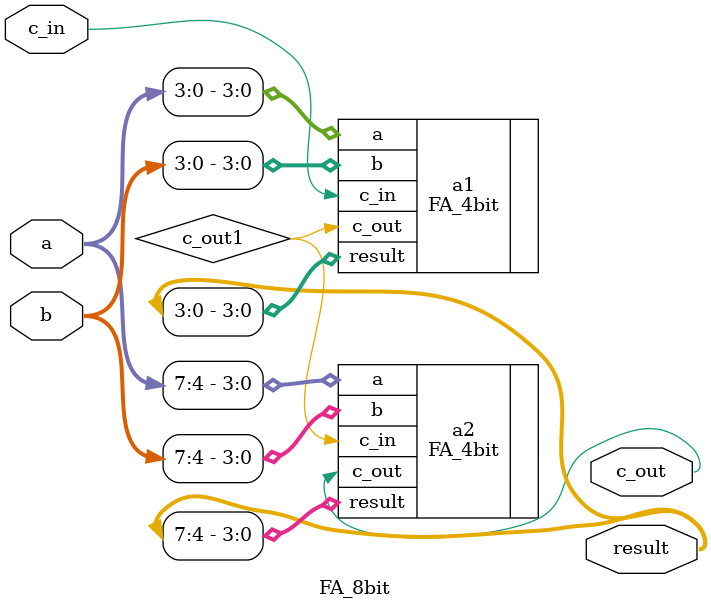
<source format=v>
module FA_8bit
(
    input [7:0] a,b,
    input wire c_in,
    output [7:0] result,
    output wire c_out
);/*
wire c_out1,c_out2,c_out3,c_out4,c_out5,c_out6,c_out7;
FA_1bit a1(
    .a(a[0]),
    .b(b[0]),
    .c_in(c_in),
    .result(result[0]),
    .c_out(c_out1)
);
FA_1bit a2(
    .a(a[1]),
    .b(b[1]),
    .c_in(c_out1),
    .result(result[1]),
    .c_out(c_out2)
);
FA_1bit a3(
    .a(a[2]),
    .b(b[2]),
    .c_in(c_out2),
    .result(result[2]),
    .c_out(c_out3)
);
FA_1bit a4(
    .a(a[3]),
    .b(b[3]),
    .c_in(c_out3),
    .result(result[3]),
    .c_out(c_out4)
);
FA_1bit a5(
    .a(a[4]),
    .b(b[4]),
    .c_in(c_out4),
    .result(result[4]),
    .c_out(c_out5)
);
FA_1bit a6(
    .a(a[5]),
    .b(b[5]),
    .c_in(c_out5),
    .result(result[5]),
    .c_out(c_out6)
);
FA_1bit a7(
    .a(a[6]),
    .b(b[6]),
    .c_in(c_out6),
    .result(result[6]),
    .c_out(c_out7)
);
FA_1bit a8(
    .a(a[7]),
    .b(b[7]),
    .c_in(c_out7),
    .result(result[7]),
    .c_out(c_out)
);*/
FA_4bit a1(
    .a(a[3:0]),
    .b(b[3:0]),
    .c_in(c_in),
    .result(result[3:0]),
    .c_out(c_out1)
);
FA_4bit a2(
    .a(a[7:4]),
    .b(b[7:4]),
    .c_in(c_out1),
    .result(result[7:4]),
    .c_out(c_out)
);
endmodule
</source>
